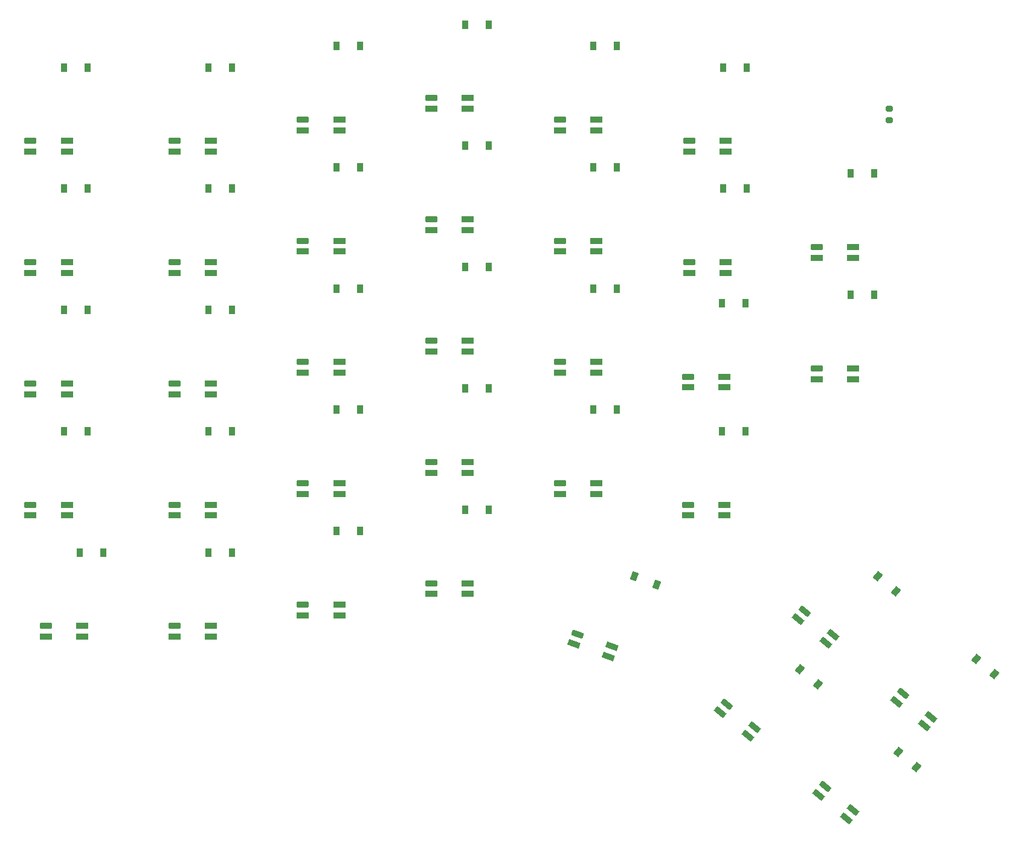
<source format=gbp>
G04 #@! TF.GenerationSoftware,KiCad,Pcbnew,(6.0.5)*
G04 #@! TF.CreationDate,2022-05-24T22:09:51+02:00*
G04 #@! TF.ProjectId,LPKeyboard,4c504b65-7962-46f6-9172-642e6b696361,rev?*
G04 #@! TF.SameCoordinates,Original*
G04 #@! TF.FileFunction,Paste,Bot*
G04 #@! TF.FilePolarity,Positive*
%FSLAX46Y46*%
G04 Gerber Fmt 4.6, Leading zero omitted, Abs format (unit mm)*
G04 Created by KiCad (PCBNEW (6.0.5)) date 2022-05-24 22:09:51*
%MOMM*%
%LPD*%
G01*
G04 APERTURE LIST*
G04 Aperture macros list*
%AMRoundRect*
0 Rectangle with rounded corners*
0 $1 Rounding radius*
0 $2 $3 $4 $5 $6 $7 $8 $9 X,Y pos of 4 corners*
0 Add a 4 corners polygon primitive as box body*
4,1,4,$2,$3,$4,$5,$6,$7,$8,$9,$2,$3,0*
0 Add four circle primitives for the rounded corners*
1,1,$1+$1,$2,$3*
1,1,$1+$1,$4,$5*
1,1,$1+$1,$6,$7*
1,1,$1+$1,$8,$9*
0 Add four rect primitives between the rounded corners*
20,1,$1+$1,$2,$3,$4,$5,0*
20,1,$1+$1,$4,$5,$6,$7,0*
20,1,$1+$1,$6,$7,$8,$9,0*
20,1,$1+$1,$8,$9,$2,$3,0*%
%AMRotRect*
0 Rectangle, with rotation*
0 The origin of the aperture is its center*
0 $1 length*
0 $2 width*
0 $3 Rotation angle, in degrees counterclockwise*
0 Add horizontal line*
21,1,$1,$2,0,0,$3*%
G04 Aperture macros list end*
%ADD10R,1.700000X0.820000*%
%ADD11RoundRect,0.205000X0.645000X0.205000X-0.645000X0.205000X-0.645000X-0.205000X0.645000X-0.205000X0*%
%ADD12R,0.900000X1.200000*%
%ADD13RotRect,0.900000X1.200000X140.000000*%
%ADD14RotRect,1.700000X0.820000X140.000000*%
%ADD15RoundRect,0.205000X0.625870X-0.257559X-0.362327X0.571637X-0.625870X0.257559X0.362327X-0.571637X0*%
%ADD16RotRect,1.700000X0.820000X160.000000*%
%ADD17RoundRect,0.205000X0.676216X-0.027966X-0.535988X0.413240X-0.676216X0.027966X0.535988X-0.413240X0*%
%ADD18RoundRect,0.200000X0.275000X-0.200000X0.275000X0.200000X-0.275000X0.200000X-0.275000X-0.200000X0*%
%ADD19RotRect,0.900000X1.200000X160.000000*%
G04 APERTURE END LIST*
D10*
X124142764Y-114027565D03*
X124142764Y-112527565D03*
D11*
X119042764Y-112527565D03*
D10*
X119042764Y-114027565D03*
X49955264Y-66027565D03*
X49955264Y-64527565D03*
D11*
X44855264Y-64527565D03*
D10*
X44855264Y-66027565D03*
D12*
X91057500Y-68214400D03*
X87757500Y-68214400D03*
X127057500Y-51214400D03*
X123757500Y-51214400D03*
X73057500Y-54214400D03*
X69757500Y-54214400D03*
D10*
X70142764Y-134027565D03*
X70142764Y-132527565D03*
D11*
X65042764Y-132527565D03*
D10*
X65042764Y-134027565D03*
D12*
X127057500Y-68214400D03*
X123757500Y-68214400D03*
X73057500Y-122214400D03*
X69757500Y-122214400D03*
D10*
X142292764Y-66027565D03*
X142292764Y-64527565D03*
D11*
X137192764Y-64527565D03*
D10*
X137192764Y-66027565D03*
X124142764Y-63027565D03*
X124142764Y-61527565D03*
D11*
X119042764Y-61527565D03*
D10*
X119042764Y-63027565D03*
D12*
X109057500Y-48214400D03*
X105757500Y-48214400D03*
X52870000Y-105214400D03*
X49570000Y-105214400D03*
D10*
X88142764Y-80027565D03*
X88142764Y-78527565D03*
D11*
X83042764Y-78527565D03*
D10*
X83042764Y-80027565D03*
D12*
X91057500Y-85214400D03*
X87757500Y-85214400D03*
X127057500Y-102214400D03*
X123757500Y-102214400D03*
D13*
X155239850Y-140709047D03*
X152711904Y-138587847D03*
D12*
X52870000Y-54214400D03*
X49570000Y-54214400D03*
D10*
X70142764Y-66027565D03*
X70142764Y-64527565D03*
D11*
X65042764Y-64527565D03*
D10*
X65042764Y-66027565D03*
X106142764Y-94027565D03*
X106142764Y-92527565D03*
D11*
X101042764Y-92527565D03*
D10*
X101042764Y-94027565D03*
D12*
X73057500Y-71214400D03*
X69757500Y-71214400D03*
D10*
X124142764Y-80027565D03*
X124142764Y-78527565D03*
D11*
X119042764Y-78527565D03*
D10*
X119042764Y-80027565D03*
X88142764Y-97027565D03*
X88142764Y-95527565D03*
D11*
X83042764Y-95527565D03*
D10*
X83042764Y-97027565D03*
X124142764Y-97027565D03*
X124142764Y-95527565D03*
D11*
X119042764Y-95527565D03*
D10*
X119042764Y-97027565D03*
D12*
X145207500Y-71214400D03*
X141907500Y-71214400D03*
D10*
X106142764Y-60027565D03*
X106142764Y-58527565D03*
D11*
X101042764Y-58527565D03*
D10*
X101042764Y-60027565D03*
X88142764Y-63027565D03*
X88142764Y-61527565D03*
D11*
X83042764Y-61527565D03*
D10*
X83042764Y-63027565D03*
D12*
X91057500Y-119214400D03*
X87757500Y-119214400D03*
D10*
X106142764Y-111027565D03*
X106142764Y-109527565D03*
D11*
X101042764Y-109527565D03*
D10*
X101042764Y-111027565D03*
D12*
X163057500Y-86089400D03*
X159757500Y-86089400D03*
D10*
X106142764Y-77027565D03*
X106142764Y-75527565D03*
D11*
X101042764Y-75527565D03*
D10*
X101042764Y-77027565D03*
D12*
X91057500Y-51214400D03*
X87757500Y-51214400D03*
D10*
X49955264Y-83027565D03*
X49955264Y-81527565D03*
D11*
X44855264Y-81527565D03*
D10*
X44855264Y-83027565D03*
D12*
X163057500Y-69089400D03*
X159757500Y-69089400D03*
D10*
X70142764Y-83027565D03*
X70142764Y-81527565D03*
D11*
X65042764Y-81527565D03*
D10*
X65042764Y-83027565D03*
X49955264Y-117027565D03*
X49955264Y-115527565D03*
D11*
X44855264Y-115527565D03*
D10*
X44855264Y-117027565D03*
D14*
X159199932Y-159457598D03*
X160164113Y-158308531D03*
D15*
X156257286Y-155030314D03*
D14*
X155293105Y-156179381D03*
D16*
X125829387Y-136805167D03*
X126342417Y-135395628D03*
D17*
X121549985Y-133651325D03*
D16*
X121036955Y-135060864D03*
D12*
X73057500Y-88214400D03*
X69757500Y-88214400D03*
D10*
X70142764Y-100027565D03*
X70142764Y-98527565D03*
D11*
X65042764Y-98527565D03*
D10*
X65042764Y-100027565D03*
D12*
X109057500Y-116214400D03*
X105757500Y-116214400D03*
X145057500Y-87257400D03*
X141757500Y-87257400D03*
D14*
X170127323Y-146434842D03*
X171091504Y-145285775D03*
D15*
X167184677Y-142007558D03*
D14*
X166220496Y-143156625D03*
X145411133Y-147887421D03*
X146375314Y-146738354D03*
D15*
X142468487Y-143460137D03*
D14*
X141504306Y-144609204D03*
D10*
X88142764Y-114027565D03*
X88142764Y-112527565D03*
D11*
X83042764Y-112527565D03*
D10*
X83042764Y-114027565D03*
D13*
X169028649Y-152279223D03*
X166500703Y-150158023D03*
D12*
X127057500Y-85214400D03*
X123757500Y-85214400D03*
D10*
X52142764Y-134027565D03*
X52142764Y-132527565D03*
D11*
X47042764Y-132527565D03*
D10*
X47042764Y-134027565D03*
D18*
X165252400Y-61632600D03*
X165252400Y-59982600D03*
D12*
X73057500Y-105214400D03*
X69757500Y-105214400D03*
X55057500Y-122214400D03*
X51757500Y-122214400D03*
X52870000Y-88214400D03*
X49570000Y-88214400D03*
X52870000Y-71214400D03*
X49570000Y-71214400D03*
D10*
X142142764Y-99070565D03*
X142142764Y-97570565D03*
D11*
X137042764Y-97570565D03*
D10*
X137042764Y-99070565D03*
X160142764Y-80902565D03*
X160142764Y-79402565D03*
D11*
X155042764Y-79402565D03*
D10*
X155042764Y-80902565D03*
D12*
X109057500Y-99214400D03*
X105757500Y-99214400D03*
X91057500Y-102214400D03*
X87757500Y-102214400D03*
D13*
X166167239Y-127686291D03*
X163639293Y-125565091D03*
D10*
X106142764Y-128027565D03*
X106142764Y-126527565D03*
D11*
X101042764Y-126527565D03*
D10*
X101042764Y-128027565D03*
D12*
X109057500Y-82214400D03*
X105757500Y-82214400D03*
D10*
X70142764Y-117027565D03*
X70142764Y-115527565D03*
D11*
X65042764Y-115527565D03*
D10*
X65042764Y-117027565D03*
X160142764Y-97902565D03*
X160142764Y-96402565D03*
D11*
X155042764Y-96402565D03*
D10*
X155042764Y-97902565D03*
X49955264Y-100027565D03*
X49955264Y-98527565D03*
D11*
X44855264Y-98527565D03*
D10*
X44855264Y-100027565D03*
D12*
X145207500Y-54214400D03*
X141907500Y-54214400D03*
X145057500Y-105214400D03*
X141757500Y-105214400D03*
D10*
X142142764Y-117027565D03*
X142142764Y-115527565D03*
D11*
X137042764Y-115527565D03*
D10*
X137042764Y-117027565D03*
X142292764Y-83027565D03*
X142292764Y-81527565D03*
D11*
X137192764Y-81527565D03*
D10*
X137192764Y-83027565D03*
D12*
X109057500Y-65214400D03*
X105757500Y-65214400D03*
D19*
X132609734Y-126699836D03*
X129508748Y-125571170D03*
D10*
X88142764Y-131027565D03*
X88142764Y-129527565D03*
D11*
X83042764Y-129527565D03*
D10*
X83042764Y-131027565D03*
D14*
X156338522Y-134864664D03*
X157302703Y-133715597D03*
D15*
X153395876Y-130437380D03*
D14*
X152431695Y-131586447D03*
D13*
X179956039Y-139256468D03*
X177428093Y-137135268D03*
M02*

</source>
